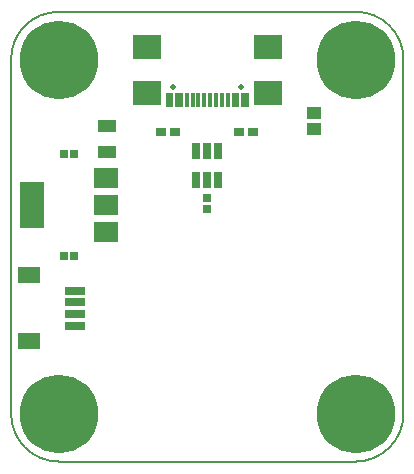
<source format=gts>
G04*
G04 #@! TF.GenerationSoftware,Altium Limited,Altium Designer,22.5.1 (42)*
G04*
G04 Layer_Color=102*
%FSLAX24Y24*%
%MOIN*%
G70*
G04*
G04 #@! TF.SameCoordinates,E74D48CB-94F9-49E8-A9D1-9DB3703255D2*
G04*
G04*
G04 #@! TF.FilePolarity,Negative*
G04*
G01*
G75*
%ADD12C,0.0079*%
%ADD16C,0.0079*%
%ADD17R,0.0453X0.0413*%
%ADD18R,0.0295X0.0531*%
%ADD19R,0.0311X0.0295*%
%ADD20R,0.0768X0.0531*%
%ADD21R,0.0669X0.0295*%
%ADD22R,0.0591X0.0394*%
%ADD23R,0.0295X0.0311*%
%ADD24R,0.0846X0.0650*%
%ADD25R,0.0846X0.1555*%
%ADD26R,0.0354X0.0295*%
%ADD27R,0.0917X0.0846*%
%ADD28R,0.0177X0.0512*%
%ADD29C,0.2618*%
%ADD30C,0.2618*%
%ADD31C,0.0187*%
D12*
X13089Y13423D02*
G03*
X11500Y14999I-1576J0D01*
G01*
X13089Y13410D02*
G03*
X13089Y13423I-1576J14D01*
G01*
X11500Y11D02*
G03*
X13089Y1600I-4J1593D01*
G01*
X1600Y14999D02*
G03*
X11Y13410I-14J-1576D01*
G01*
X11Y1600D02*
G03*
X1600Y11I1589J0D01*
G01*
X13089Y13410D02*
Y13410D01*
X13089Y1600D02*
X13089Y13410D01*
X11500Y14999D02*
X11500D01*
X1600D02*
X11500D01*
X1600D02*
X1600D01*
X11Y13410D02*
Y13410D01*
Y13410D02*
X11Y1600D01*
Y1600D02*
Y1600D01*
X1600Y11D02*
X11500D01*
X1600D02*
X1600D01*
D16*
X11500Y14999D02*
D03*
X13089Y13410D02*
D03*
X13089Y1600D02*
D03*
X13089D02*
D03*
X11500Y11D02*
D03*
X11Y13410D02*
D03*
X1600Y14999D02*
D03*
D17*
X10100Y11084D02*
D03*
Y11616D02*
D03*
D18*
X6924Y9393D02*
D03*
X6550D02*
D03*
X6176D02*
D03*
Y10377D02*
D03*
X6550D02*
D03*
X6924D02*
D03*
D19*
X6550Y8437D02*
D03*
Y8783D02*
D03*
D20*
X624Y4017D02*
D03*
Y6221D02*
D03*
D21*
X2150Y4528D02*
D03*
Y4922D02*
D03*
Y5316D02*
D03*
Y5709D02*
D03*
D22*
X3200Y11193D02*
D03*
Y10327D02*
D03*
D23*
X1777Y10260D02*
D03*
X2123D02*
D03*
X2123Y6860D02*
D03*
X1777D02*
D03*
D24*
X3190Y7654D02*
D03*
Y8560D02*
D03*
Y9466D02*
D03*
D25*
X710Y8560D02*
D03*
D26*
X7624Y11010D02*
D03*
X8076D02*
D03*
X5024D02*
D03*
X5476D02*
D03*
D27*
X4538Y12288D02*
D03*
X8562D02*
D03*
X4538Y13836D02*
D03*
X8562D02*
D03*
D28*
X7751Y12062D02*
D03*
X7436D02*
D03*
X7239D02*
D03*
X6845D02*
D03*
X6255D02*
D03*
X5861D02*
D03*
X5664D02*
D03*
X5349D02*
D03*
X5231D02*
D03*
X5546D02*
D03*
X6058D02*
D03*
X6452D02*
D03*
X6648D02*
D03*
X7042D02*
D03*
X7554D02*
D03*
X7869D02*
D03*
D29*
X1600Y13410D02*
D03*
Y1600D02*
D03*
X11500D02*
D03*
D30*
Y13410D02*
D03*
D31*
X5412Y12485D02*
D03*
X7688D02*
D03*
M02*

</source>
